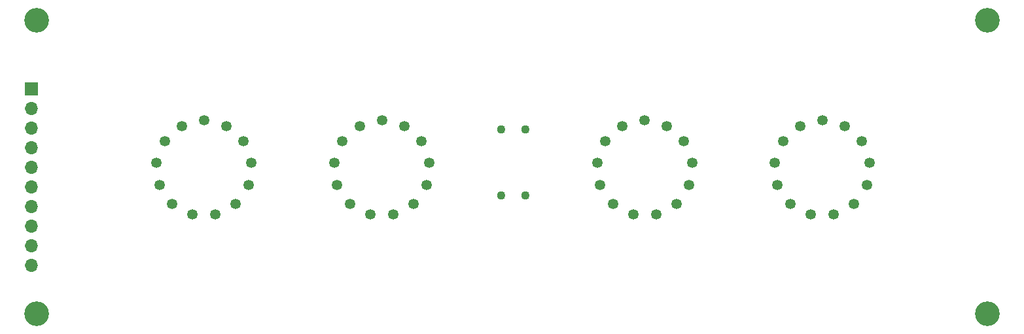
<source format=gbr>
%TF.GenerationSoftware,KiCad,Pcbnew,(6.0.2)*%
%TF.CreationDate,2023-05-21T11:07:31+01:00*%
%TF.ProjectId,Nixie Tube Interface Board,4e697869-6520-4547-9562-6520496e7465,rev?*%
%TF.SameCoordinates,Original*%
%TF.FileFunction,Soldermask,Top*%
%TF.FilePolarity,Negative*%
%FSLAX46Y46*%
G04 Gerber Fmt 4.6, Leading zero omitted, Abs format (unit mm)*
G04 Created by KiCad (PCBNEW (6.0.2)) date 2023-05-21 11:07:31*
%MOMM*%
%LPD*%
G01*
G04 APERTURE LIST*
%ADD10C,3.200000*%
%ADD11C,1.346200*%
%ADD12C,1.107440*%
%ADD13R,1.700000X1.700000*%
%ADD14O,1.700000X1.700000*%
G04 APERTURE END LIST*
D10*
%TO.C,H3*%
X207347767Y-111332767D03*
%TD*%
D11*
%TO.C,N1*%
X111092700Y-88984640D03*
X100907300Y-88984640D03*
X99855740Y-91755780D03*
X100213880Y-94694560D03*
X101895360Y-97132960D03*
X104519180Y-98509640D03*
X107480820Y-98509640D03*
X110104640Y-97132960D03*
X111786120Y-94694560D03*
X112144260Y-91755780D03*
X106000000Y-86312560D03*
X103124720Y-87021220D03*
X108875280Y-87021220D03*
%TD*%
%TO.C,N3*%
X168092700Y-88984640D03*
X157907300Y-88984640D03*
X156855740Y-91755780D03*
X157213880Y-94694560D03*
X158895360Y-97132960D03*
X161519180Y-98509640D03*
X164480820Y-98509640D03*
X167104640Y-97132960D03*
X168786120Y-94694560D03*
X169144260Y-91755780D03*
X163000000Y-86312560D03*
X160124720Y-87021220D03*
X165875280Y-87021220D03*
%TD*%
%TO.C,N4*%
X191092700Y-88984640D03*
X180907300Y-88984640D03*
X179855740Y-91755780D03*
X180213880Y-94694560D03*
X181895360Y-97132960D03*
X184519180Y-98509640D03*
X187480820Y-98509640D03*
X190104640Y-97132960D03*
X191786120Y-94694560D03*
X192144260Y-91755780D03*
X186000000Y-86312560D03*
X183124720Y-87021220D03*
X188875280Y-87021220D03*
%TD*%
D10*
%TO.C,H1*%
X84347767Y-73332767D03*
%TD*%
D12*
%TO.C,N6*%
X147587500Y-96000000D03*
X144412500Y-96000000D03*
%TD*%
D11*
%TO.C,N2*%
X134092700Y-88984640D03*
X123907300Y-88984640D03*
X122855740Y-91755780D03*
X123213880Y-94694560D03*
X124895360Y-97132960D03*
X127519180Y-98509640D03*
X130480820Y-98509640D03*
X133104640Y-97132960D03*
X134786120Y-94694560D03*
X135144260Y-91755780D03*
X129000000Y-86312560D03*
X126124720Y-87021220D03*
X131875280Y-87021220D03*
%TD*%
D10*
%TO.C,H2*%
X207347767Y-73332767D03*
%TD*%
D12*
%TO.C,N5*%
X147587500Y-87500000D03*
X144412500Y-87500000D03*
%TD*%
D10*
%TO.C,H4*%
X84347767Y-111332767D03*
%TD*%
D13*
%TO.C,J1*%
X83660000Y-82215000D03*
D14*
X83660000Y-84755000D03*
X83660000Y-87295000D03*
X83660000Y-89835000D03*
X83660000Y-92375000D03*
X83660000Y-94915000D03*
X83660000Y-97455000D03*
X83660000Y-99995000D03*
X83660000Y-102535000D03*
X83660000Y-105075000D03*
%TD*%
M02*

</source>
